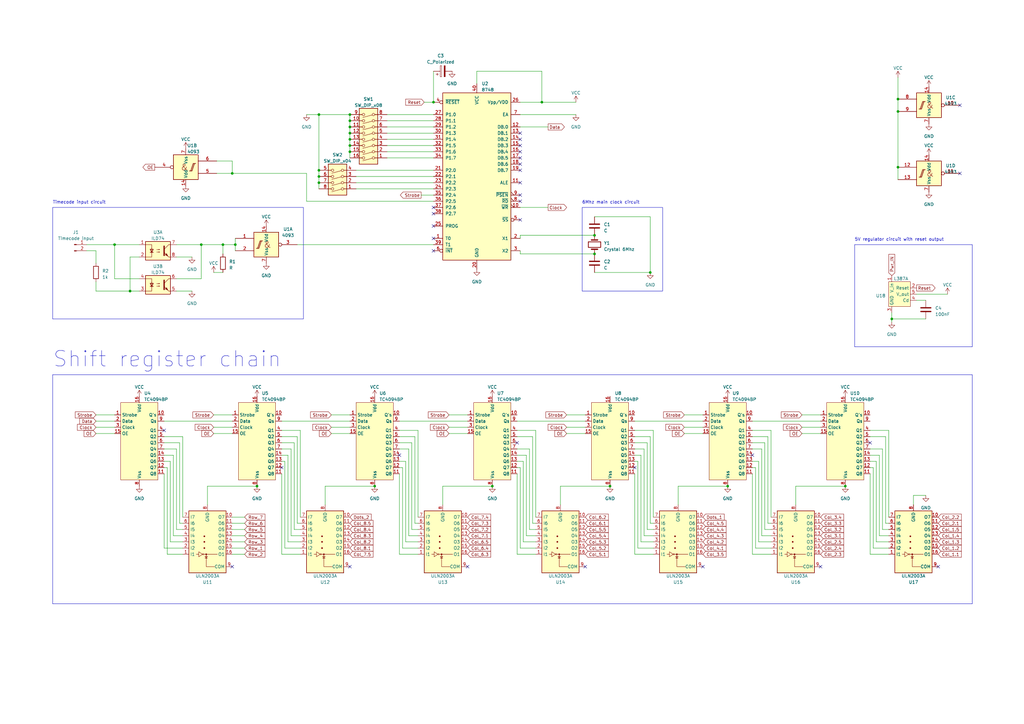
<source format=kicad_sch>
(kicad_sch (version 20230121) (generator eeschema)
  (paper "A3")
  (title_block (title "Wharton world clock") (date "1.5.1993") (rev "A") (company "Helsinki Hacklab"))
  (junction (at 298.45 199.39))
  (junction (at 130.81 46.99))
  (junction (at 143.51 59.69))
  (junction (at 53.34 119.38))
  (junction (at 368.3 45.72))
  (junction (at 266.7 111.76))
  (junction (at 222.25 41.91))
  (junction (at 82.55 100.33))
  (junction (at 368.3 68.58))
  (junction (at 201.93 199.39))
  (junction (at 95.25 71.12))
  (junction (at 143.51 49.53))
  (junction (at 243.84 96.52))
  (junction (at 177.8 41.91))
  (junction (at 368.3 40.64))
  (junction (at 365.76 130.81))
  (junction (at 130.81 69.85))
  (junction (at 143.51 52.07))
  (junction (at 105.41 199.39))
  (junction (at 96.52 100.33))
  (junction (at 130.81 74.93))
  (junction (at 143.51 54.61))
  (junction (at 143.51 46.99))
  (junction (at 46.99 100.33))
  (junction (at 153.67 199.39))
  (junction (at 143.51 57.15))
  (junction (at 130.81 72.39))
  (junction (at 243.84 104.14))
  (junction (at 143.51 62.23))
  (junction (at 250.19 199.39))
  (junction (at 91.44 100.33))
  (junction (at 346.71 199.39))
  (no_connect (at 213.36 67.31))
  (no_connect (at 356.87 181.61))
  (no_connect (at 213.36 80.01))
  (no_connect (at 288.29 232.41))
  (no_connect (at 260.35 191.77))
  (no_connect (at 393.7 43.18))
  (no_connect (at 163.83 186.69))
  (no_connect (at 213.36 54.61))
  (no_connect (at 213.36 64.77))
  (no_connect (at 213.36 57.15))
  (no_connect (at 213.36 62.23))
  (no_connect (at 336.55 232.41))
  (no_connect (at 177.8 85.09))
  (no_connect (at 177.8 92.71))
  (no_connect (at 177.8 87.63))
  (no_connect (at 213.36 59.69))
  (no_connect (at 240.03 232.41))
  (no_connect (at 213.36 69.85))
  (no_connect (at 213.36 74.93))
  (no_connect (at 177.8 102.87))
  (no_connect (at 95.25 232.41))
  (no_connect (at 393.7 71.12))
  (no_connect (at 177.8 97.79))
  (no_connect (at 143.51 232.41))
  (no_connect (at 213.36 82.55))
  (no_connect (at 384.81 232.41))
  (no_connect (at 308.61 186.69))
  (no_connect (at 67.31 176.53))
  (no_connect (at 115.57 191.77))
  (no_connect (at 213.36 90.17))
  (no_connect (at 212.09 181.61))
  (no_connect (at 191.77 232.41))
  (wire (pts (xy 213.36 52.07) (xy 224.79 52.07)))
  (wire (pts (xy 167.64 184.15) (xy 167.64 219.71)))
  (wire (pts (xy 171.45 176.53) (xy 171.45 212.09)))
  (wire (pts (xy 115.57 176.53) (xy 123.19 176.53)))
  (wire (pts (xy 262.89 186.69) (xy 262.89 222.25)))
  (wire (pts (xy 163.83 189.23) (xy 166.37 189.23)))
  (wire (pts (xy 116.84 224.79) (xy 123.19 224.79)))
  (wire (pts (xy 158.75 59.69) (xy 177.8 59.69)))
  (wire (pts (xy 222.25 29.21) (xy 222.25 41.91)))
  (wire (pts (xy 143.51 59.69) (xy 143.51 62.23)))
  (wire (pts (xy 212.09 179.07) (xy 218.44 179.07)))
  (wire (pts (xy 262.89 222.25) (xy 267.97 222.25)))
  (wire (pts (xy 35.56 100.33) (xy 46.99 100.33)))
  (wire (pts (xy 123.19 176.53) (xy 123.19 212.09)))
  (wire (pts (xy 158.75 52.07) (xy 177.8 52.07)))
  (wire (pts (xy 365.76 130.81) (xy 365.76 132.08)))
  (wire (pts (xy 363.22 214.63) (xy 364.49 214.63)))
  (wire (pts (xy 121.92 100.33) (xy 177.8 100.33)))
  (wire (pts (xy 356.87 184.15) (xy 361.95 184.15)))
  (wire (pts (xy 118.11 222.25) (xy 123.19 222.25)))
  (wire (pts (xy 260.35 186.69) (xy 262.89 186.69)))
  (wire (pts (xy 87.63 170.18) (xy 95.25 170.18)))
  (wire (pts (xy 368.3 68.58) (xy 368.3 73.66)))
  (wire (pts (xy 308.61 189.23) (xy 311.15 189.23)))
  (wire (pts (xy 278.13 207.01) (xy 278.13 199.39)))
  (wire (pts (xy 115.57 181.61) (xy 120.65 181.61)))
  (wire (pts (xy 215.9 219.71) (xy 219.71 219.71)))
  (wire (pts (xy 360.68 186.69) (xy 360.68 219.71)))
  (wire (pts (xy 68.58 191.77) (xy 68.58 227.33)))
  (wire (pts (xy 328.93 175.26) (xy 336.55 175.26)))
  (wire (pts (xy 119.38 184.15) (xy 119.38 219.71)))
  (wire (pts (xy 88.9 71.12) (xy 95.25 71.12)))
  (wire (pts (xy 143.51 62.23) (xy 143.51 64.77)))
  (wire (pts (xy 232.41 177.8) (xy 240.03 177.8)))
  (wire (pts (xy 67.31 172.72) (xy 95.25 172.72)))
  (wire (pts (xy 146.05 72.39) (xy 177.8 72.39)))
  (wire (pts (xy 213.36 97.79) (xy 213.36 96.52)))
  (wire (pts (xy 72.39 100.33) (xy 82.55 100.33)))
  (wire (pts (xy 356.87 227.33) (xy 364.49 227.33)))
  (wire (pts (xy 184.15 175.26) (xy 191.77 175.26)))
  (wire (pts (xy 365.76 128.27) (xy 365.76 130.81)))
  (wire (pts (xy 67.31 179.07) (xy 74.93 179.07)))
  (wire (pts (xy 218.44 214.63) (xy 219.71 214.63)))
  (wire (pts (xy 53.34 119.38) (xy 57.15 119.38)))
  (wire (pts (xy 212.09 189.23) (xy 214.63 189.23)))
  (wire (pts (xy 278.13 199.39) (xy 298.45 199.39)))
  (wire (pts (xy 265.43 181.61) (xy 265.43 217.17)))
  (wire (pts (xy 71.12 219.71) (xy 74.93 219.71)))
  (wire (pts (xy 267.97 176.53) (xy 267.97 212.09)))
  (wire (pts (xy 72.39 114.3) (xy 82.55 114.3)))
  (wire (pts (xy 260.35 181.61) (xy 265.43 181.61)))
  (wire (pts (xy 260.35 184.15) (xy 264.16 184.15)))
  (wire (pts (xy 213.36 104.14) (xy 213.36 102.87)))
  (wire (pts (xy 163.83 176.53) (xy 171.45 176.53)))
  (wire (pts (xy 82.55 100.33) (xy 91.44 100.33)))
  (wire (pts (xy 261.62 224.79) (xy 267.97 224.79)))
  (wire (pts (xy 69.85 189.23) (xy 69.85 222.25)))
  (wire (pts (xy 212.09 184.15) (xy 217.17 184.15)))
  (wire (pts (xy 115.57 179.07) (xy 121.92 179.07)))
  (wire (pts (xy 308.61 184.15) (xy 312.42 184.15)))
  (wire (pts (xy 67.31 194.31) (xy 67.31 224.79)))
  (wire (pts (xy 167.64 219.71) (xy 171.45 219.71)))
  (wire (pts (xy 177.8 29.21) (xy 177.8 41.91)))
  (wire (pts (xy 71.12 186.69) (xy 71.12 219.71)))
  (wire (pts (xy 158.75 49.53) (xy 177.8 49.53)))
  (wire (pts (xy 39.37 172.72) (xy 46.99 172.72)))
  (wire (pts (xy 219.71 176.53) (xy 219.71 212.09)))
  (wire (pts (xy 73.66 181.61) (xy 73.66 214.63)))
  (wire (pts (xy 266.7 179.07) (xy 266.7 214.63)))
  (wire (pts (xy 67.31 224.79) (xy 74.93 224.79)))
  (wire (pts (xy 95.25 224.79) (xy 100.33 224.79)))
  (wire (pts (xy 95.25 222.25) (xy 100.33 222.25)))
  (wire (pts (xy 312.42 219.71) (xy 316.23 219.71)))
  (wire (pts (xy 143.51 49.53) (xy 143.51 52.07)))
  (wire (pts (xy 172.72 80.01) (xy 177.8 80.01)))
  (wire (pts (xy 143.51 57.15) (xy 143.51 59.69)))
  (wire (pts (xy 39.37 177.8) (xy 46.99 177.8)))
  (wire (pts (xy 121.92 179.07) (xy 121.92 214.63)))
  (wire (pts (xy 163.83 191.77) (xy 165.1 191.77)))
  (wire (pts (xy 95.25 217.17) (xy 100.33 217.17)))
  (wire (pts (xy 280.67 170.18) (xy 288.29 170.18)))
  (wire (pts (xy 118.11 186.69) (xy 118.11 222.25)))
  (wire (pts (xy 181.61 207.01) (xy 181.61 199.39)))
  (wire (pts (xy 261.62 189.23) (xy 261.62 224.79)))
  (wire (pts (xy 121.92 214.63) (xy 123.19 214.63)))
  (wire (pts (xy 67.31 186.69) (xy 71.12 186.69)))
  (wire (pts (xy 95.25 212.09) (xy 100.33 212.09)))
  (wire (pts (xy 358.14 191.77) (xy 358.14 224.79)))
  (wire (pts (xy 308.61 191.77) (xy 309.88 191.77)))
  (wire (pts (xy 260.35 194.31) (xy 260.35 227.33)))
  (wire (pts (xy 243.84 88.9) (xy 266.7 88.9)))
  (wire (pts (xy 314.96 179.07) (xy 314.96 214.63)))
  (wire (pts (xy 364.49 176.53) (xy 364.49 212.09)))
  (wire (pts (xy 265.43 217.17) (xy 267.97 217.17)))
  (wire (pts (xy 375.92 120.65) (xy 388.62 120.65)))
  (wire (pts (xy 115.57 184.15) (xy 119.38 184.15)))
  (wire (pts (xy 260.35 176.53) (xy 267.97 176.53)))
  (wire (pts (xy 39.37 170.18) (xy 46.99 170.18)))
  (wire (pts (xy 311.15 189.23) (xy 311.15 222.25)))
  (wire (pts (xy 280.67 177.8) (xy 288.29 177.8)))
  (wire (pts (xy 130.81 69.85) (xy 130.81 46.99)))
  (wire (pts (xy 374.65 203.2) (xy 379.73 203.2)))
  (wire (pts (xy 163.83 194.31) (xy 163.83 227.33)))
  (wire (pts (xy 212.09 176.53) (xy 219.71 176.53)))
  (wire (pts (xy 88.9 66.04) (xy 95.25 66.04)))
  (wire (pts (xy 356.87 186.69) (xy 360.68 186.69)))
  (wire (pts (xy 72.39 105.41) (xy 78.74 105.41)))
  (wire (pts (xy 308.61 194.31) (xy 308.61 227.33)))
  (wire (pts (xy 356.87 194.31) (xy 356.87 227.33)))
  (wire (pts (xy 212.09 186.69) (xy 215.9 186.69)))
  (wire (pts (xy 326.39 199.39) (xy 346.71 199.39)))
  (wire (pts (xy 368.3 40.64) (xy 368.3 45.72)))
  (wire (pts (xy 358.14 224.79) (xy 364.49 224.79)))
  (wire (pts (xy 311.15 222.25) (xy 316.23 222.25)))
  (wire (pts (xy 218.44 179.07) (xy 218.44 214.63)))
  (wire (pts (xy 72.39 119.38) (xy 78.74 119.38)))
  (wire (pts (xy 170.18 214.63) (xy 171.45 214.63)))
  (wire (pts (xy 69.85 222.25) (xy 74.93 222.25)))
  (wire (pts (xy 87.63 177.8) (xy 95.25 177.8)))
  (wire (pts (xy 361.95 217.17) (xy 364.49 217.17)))
  (wire (pts (xy 356.87 176.53) (xy 364.49 176.53)))
  (wire (pts (xy 308.61 172.72) (xy 336.55 172.72)))
  (wire (pts (xy 195.58 29.21) (xy 222.25 29.21)))
  (wire (pts (xy 232.41 170.18) (xy 240.03 170.18)))
  (wire (pts (xy 166.37 222.25) (xy 171.45 222.25)))
  (wire (pts (xy 213.36 41.91) (xy 222.25 41.91)))
  (wire (pts (xy 87.63 175.26) (xy 95.25 175.26)))
  (wire (pts (xy 85.09 207.01) (xy 85.09 199.39)))
  (wire (pts (xy 96.52 97.79) (xy 96.52 100.33)))
  (wire (pts (xy 143.51 54.61) (xy 143.51 57.15)))
  (wire (pts (xy 82.55 100.33) (xy 82.55 114.3)))
  (wire (pts (xy 365.76 130.81) (xy 379.73 130.81)))
  (wire (pts (xy 130.81 74.93) (xy 130.81 77.47)))
  (wire (pts (xy 74.93 179.07) (xy 74.93 212.09)))
  (wire (pts (xy 39.37 119.38) (xy 53.34 119.38)))
  (wire (pts (xy 173.99 41.91) (xy 177.8 41.91)))
  (wire (pts (xy 212.09 227.33) (xy 219.71 227.33)))
  (wire (pts (xy 184.15 177.8) (xy 191.77 177.8)))
  (wire (pts (xy 115.57 172.72) (xy 143.51 172.72)))
  (wire (pts (xy 115.57 186.69) (xy 118.11 186.69)))
  (wire (pts (xy 120.65 181.61) (xy 120.65 217.17)))
  (wire (pts (xy 72.39 217.17) (xy 74.93 217.17)))
  (wire (pts (xy 146.05 77.47) (xy 177.8 77.47)))
  (wire (pts (xy 91.44 100.33) (xy 91.44 104.14)))
  (wire (pts (xy 163.83 227.33) (xy 171.45 227.33)))
  (wire (pts (xy 213.36 104.14) (xy 243.84 104.14)))
  (wire (pts (xy 130.81 46.99) (xy 143.51 46.99)))
  (wire (pts (xy 212.09 172.72) (xy 240.03 172.72)))
  (wire (pts (xy 95.25 214.63) (xy 100.33 214.63)))
  (wire (pts (xy 229.87 207.01) (xy 229.87 199.39)))
  (wire (pts (xy 213.36 224.79) (xy 219.71 224.79)))
  (wire (pts (xy 361.95 184.15) (xy 361.95 217.17)))
  (wire (pts (xy 170.18 179.07) (xy 170.18 214.63)))
  (wire (pts (xy 309.88 191.77) (xy 309.88 224.79)))
  (wire (pts (xy 72.39 184.15) (xy 72.39 217.17)))
  (wire (pts (xy 212.09 194.31) (xy 212.09 227.33)))
  (wire (pts (xy 119.38 219.71) (xy 123.19 219.71)))
  (wire (pts (xy 260.35 189.23) (xy 261.62 189.23)))
  (wire (pts (xy 95.25 71.12) (xy 125.73 71.12)))
  (wire (pts (xy 46.99 100.33) (xy 46.99 114.3)))
  (wire (pts (xy 120.65 217.17) (xy 123.19 217.17)))
  (wire (pts (xy 214.63 189.23) (xy 214.63 222.25)))
  (wire (pts (xy 146.05 69.85) (xy 177.8 69.85)))
  (wire (pts (xy 368.3 45.72) (xy 368.3 68.58)))
  (wire (pts (xy 360.68 219.71) (xy 364.49 219.71)))
  (wire (pts (xy 260.35 179.07) (xy 266.7 179.07)))
  (wire (pts (xy 67.31 181.61) (xy 73.66 181.61)))
  (wire (pts (xy 217.17 184.15) (xy 217.17 217.17)))
  (wire (pts (xy 163.83 172.72) (xy 191.77 172.72)))
  (wire (pts (xy 158.75 62.23) (xy 177.8 62.23)))
  (wire (pts (xy 143.51 52.07) (xy 143.51 54.61)))
  (wire (pts (xy 214.63 222.25) (xy 219.71 222.25)))
  (wire (pts (xy 133.35 199.39) (xy 153.67 199.39)))
  (wire (pts (xy 115.57 189.23) (xy 116.84 189.23)))
  (wire (pts (xy 229.87 199.39) (xy 250.19 199.39)))
  (wire (pts (xy 363.22 179.07) (xy 363.22 214.63)))
  (wire (pts (xy 212.09 191.77) (xy 213.36 191.77)))
  (wire (pts (xy 146.05 74.93) (xy 177.8 74.93)))
  (wire (pts (xy 184.15 170.18) (xy 191.77 170.18)))
  (wire (pts (xy 39.37 175.26) (xy 46.99 175.26)))
  (wire (pts (xy 125.73 82.55) (xy 177.8 82.55)))
  (wire (pts (xy 165.1 191.77) (xy 165.1 224.79)))
  (wire (pts (xy 266.7 214.63) (xy 267.97 214.63)))
  (wire (pts (xy 115.57 194.31) (xy 115.57 227.33)))
  (wire (pts (xy 46.99 114.3) (xy 57.15 114.3)))
  (wire (pts (xy 95.25 219.71) (xy 100.33 219.71)))
  (wire (pts (xy 158.75 57.15) (xy 177.8 57.15)))
  (wire (pts (xy 67.31 189.23) (xy 69.85 189.23)))
  (wire (pts (xy 359.41 222.25) (xy 364.49 222.25)))
  (wire (pts (xy 264.16 184.15) (xy 264.16 219.71)))
  (wire (pts (xy 181.61 199.39) (xy 201.93 199.39)))
  (wire (pts (xy 308.61 181.61) (xy 313.69 181.61)))
  (wire (pts (xy 68.58 227.33) (xy 74.93 227.33)))
  (wire (pts (xy 87.63 111.76) (xy 91.44 111.76)))
  (wire (pts (xy 165.1 224.79) (xy 171.45 224.79)))
  (wire (pts (xy 308.61 227.33) (xy 316.23 227.33)))
  (wire (pts (xy 135.89 175.26) (xy 143.51 175.26)))
  (wire (pts (xy 166.37 189.23) (xy 166.37 222.25)))
  (wire (pts (xy 73.66 214.63) (xy 74.93 214.63)))
  (wire (pts (xy 67.31 184.15) (xy 72.39 184.15)))
  (wire (pts (xy 143.51 46.99) (xy 143.51 49.53)))
  (wire (pts (xy 95.25 66.04) (xy 95.25 71.12)))
  (wire (pts (xy 359.41 189.23) (xy 359.41 222.25)))
  (wire (pts (xy 213.36 96.52) (xy 243.84 96.52)))
  (wire (pts (xy 35.56 102.87) (xy 39.37 102.87)))
  (wire (pts (xy 168.91 217.17) (xy 171.45 217.17)))
  (wire (pts (xy 158.75 64.77) (xy 177.8 64.77)))
  (wire (pts (xy 356.87 189.23) (xy 359.41 189.23)))
  (wire (pts (xy 326.39 207.01) (xy 326.39 199.39)))
  (wire (pts (xy 328.93 170.18) (xy 336.55 170.18)))
  (wire (pts (xy 308.61 176.53) (xy 316.23 176.53)))
  (wire (pts (xy 217.17 217.17) (xy 219.71 217.17)))
  (wire (pts (xy 163.83 184.15) (xy 167.64 184.15)))
  (wire (pts (xy 314.96 214.63) (xy 316.23 214.63)))
  (wire (pts (xy 116.84 189.23) (xy 116.84 224.79)))
  (wire (pts (xy 168.91 181.61) (xy 168.91 217.17)))
  (wire (pts (xy 135.89 177.8) (xy 143.51 177.8)))
  (wire (pts (xy 213.36 191.77) (xy 213.36 224.79)))
  (wire (pts (xy 125.73 71.12) (xy 125.73 82.55)))
  (wire (pts (xy 356.87 191.77) (xy 358.14 191.77)))
  (wire (pts (xy 53.34 105.41) (xy 53.34 119.38)))
  (wire (pts (xy 135.89 170.18) (xy 143.51 170.18)))
  (wire (pts (xy 328.93 177.8) (xy 336.55 177.8)))
  (wire (pts (xy 133.35 207.01) (xy 133.35 199.39)))
  (wire (pts (xy 375.92 123.19) (xy 379.73 123.19)))
  (wire (pts (xy 95.25 227.33) (xy 100.33 227.33)))
  (wire (pts (xy 313.69 181.61) (xy 313.69 217.17)))
  (wire (pts (xy 308.61 179.07) (xy 314.96 179.07)))
  (wire (pts (xy 96.52 100.33) (xy 96.52 102.87)))
  (wire (pts (xy 215.9 186.69) (xy 215.9 219.71)))
  (wire (pts (xy 260.35 227.33) (xy 267.97 227.33)))
  (wire (pts (xy 115.57 227.33) (xy 123.19 227.33)))
  (wire (pts (xy 312.42 184.15) (xy 312.42 219.71)))
  (wire (pts (xy 266.7 88.9) (xy 266.7 111.76)))
  (wire (pts (xy 368.3 31.75) (xy 368.3 40.64)))
  (wire (pts (xy 374.65 207.01) (xy 374.65 203.2)))
  (wire (pts (xy 280.67 175.26) (xy 288.29 175.26)))
  (wire (pts (xy 130.81 72.39) (xy 130.81 74.93)))
  (wire (pts (xy 163.83 179.07) (xy 170.18 179.07)))
  (wire (pts (xy 67.31 191.77) (xy 68.58 191.77)))
  (wire (pts (xy 125.73 46.99) (xy 130.81 46.99)))
  (wire (pts (xy 266.7 111.76) (xy 243.84 111.76)))
  (wire (pts (xy 313.69 217.17) (xy 316.23 217.17)))
  (wire (pts (xy 39.37 102.87) (xy 39.37 107.95)))
  (wire (pts (xy 213.36 85.09) (xy 224.79 85.09)))
  (wire (pts (xy 91.44 100.33) (xy 96.52 100.33)))
  (wire (pts (xy 158.75 46.99) (xy 177.8 46.99)))
  (wire (pts (xy 85.09 199.39) (xy 105.41 199.39)))
  (wire (pts (xy 316.23 176.53) (xy 316.23 212.09)))
  (wire (pts (xy 309.88 224.79) (xy 316.23 224.79)))
  (wire (pts (xy 53.34 105.41) (xy 57.15 105.41)))
  (wire (pts (xy 163.83 181.61) (xy 168.91 181.61)))
  (wire (pts (xy 232.41 175.26) (xy 240.03 175.26)))
  (wire (pts (xy 130.81 69.85) (xy 130.81 72.39)))
  (wire (pts (xy 356.87 179.07) (xy 363.22 179.07)))
  (wire (pts (xy 158.75 54.61) (xy 177.8 54.61)))
  (wire (pts (xy 264.16 219.71) (xy 267.97 219.71)))
  (wire (pts (xy 39.37 115.57) (xy 39.37 119.38)))
  (wire (pts (xy 195.58 34.29) (xy 195.58 29.21)))
  (wire (pts (xy 46.99 100.33) (xy 57.15 100.33)))
  (wire (pts (xy 222.25 41.91) (xy 236.22 41.91)))
  (wire (pts (xy 260.35 172.72) (xy 288.29 172.72)))
  (wire (pts (xy 213.36 46.99) (xy 236.22 46.99)))
  (rectangle (start 21.59 153.67) (end 398.78 247.65))
  (rectangle (start 238.76 85.09) (end 271.78 119.38))
  (rectangle (start 21.59 85.09) (end 124.46 130.81))
  (rectangle (start 350.52 100.33) (end 398.78 142.24))
  (text "5V regulator circuit with reset output" (at 350.52 99.06 0) (effects (font (size 1.27 1.27)) (justify left bottom)))
  (text "Shift register chain" (at 21.59 151.13 0) (effects (font (size 6.35 6.35)) (justify left bottom)))
  (text "Timecode input circuit" (at 21.59 83.82 0) (effects (font (size 1.27 1.27)) (justify left bottom)))
  (text "6Mhz main clock circuit" (at 238.76 83.82 0) (effects (font (size 1.27 1.27)) (justify left bottom)))
  (global_label "Clock" (shape input) (at 280.67 175.26 180) (property "Intersheetrefs" "${INTERSHEET_REFS}" (effects hide)))
  (global_label "Col_2.1" (shape input) (at 384.81 214.63 0) (property "Intersheetrefs" "${INTERSHEET_REFS}" (effects hide)))
  (global_label "Strobe" (shape output) (at 172.72 80.01 180) (property "Intersheetrefs" "${INTERSHEET_REFS}" (effects hide)))
  (global_label "Col_1.4" (shape input) (at 384.81 219.71 0) (property "Intersheetrefs" "${INTERSHEET_REFS}" (effects hide)))
  (global_label "Col_2.5" (shape input) (at 336.55 222.25 0) (property "Intersheetrefs" "${INTERSHEET_REFS}" (effects hide)))
  (global_label "Col_8.2" (shape input) (at 143.51 222.25 0) (property "Intersheetrefs" "${INTERSHEET_REFS}" (effects hide)))
  (global_label "Dots_2" (shape input) (at 143.51 212.09 0) (property "Intersheetrefs" "${INTERSHEET_REFS}" (effects hide)))
  (global_label "Strobe" (shape input) (at 39.37 170.18 180) (property "Intersheetrefs" "${INTERSHEET_REFS}" (effects hide)))
  (global_label "Col_4.5" (shape input) (at 288.29 214.63 0) (property "Intersheetrefs" "${INTERSHEET_REFS}" (effects hide)))
  (global_label "Row_3" (shape input) (at 100.33 222.25 0) (property "Intersheetrefs" "${INTERSHEET_REFS}" (effects hide)))
  (global_label "Pwr_IN" (shape input) (at 365.76 113.03 90) (property "Intersheetrefs" "${INTERSHEET_REFS}" (effects hide)))
  (global_label "Strobe" (shape input) (at 135.89 170.18 180) (property "Intersheetrefs" "${INTERSHEET_REFS}" (effects hide)))
  (global_label "OE" (shape input) (at 280.67 177.8 180) (property "Intersheetrefs" "${INTERSHEET_REFS}" (effects hide)))
  (global_label "Row_5" (shape input) (at 100.33 217.17 0) (property "Intersheetrefs" "${INTERSHEET_REFS}" (effects hide)))
  (global_label "Strobe" (shape input) (at 328.93 170.18 180) (property "Intersheetrefs" "${INTERSHEET_REFS}" (effects hide)))
  (global_label "Col_6.5" (shape input) (at 191.77 222.25 0) (property "Intersheetrefs" "${INTERSHEET_REFS}" (effects hide)))
  (global_label "Col_7.5" (shape input) (at 143.51 227.33 0) (property "Intersheetrefs" "${INTERSHEET_REFS}" (effects hide)))
  (global_label "Col_7.3" (shape input) (at 191.77 214.63 0) (property "Intersheetrefs" "${INTERSHEET_REFS}" (effects hide)))
  (global_label "Col_8.3" (shape input) (at 143.51 219.71 0) (property "Intersheetrefs" "${INTERSHEET_REFS}" (effects hide)))
  (global_label "Col_6.3" (shape input) (at 191.77 227.33 0) (property "Intersheetrefs" "${INTERSHEET_REFS}" (effects hide)))
  (global_label "Col_3.1" (shape input) (at 336.55 219.71 0) (property "Intersheetrefs" "${INTERSHEET_REFS}" (effects hide)))
  (global_label "Col_8.4" (shape input) (at 143.51 217.17 0) (property "Intersheetrefs" "${INTERSHEET_REFS}" (effects hide)))
  (global_label "Row_7" (shape input) (at 100.33 212.09 0) (property "Intersheetrefs" "${INTERSHEET_REFS}" (effects hide)))
  (global_label "Col_3.5" (shape input) (at 288.29 227.33 0) (property "Intersheetrefs" "${INTERSHEET_REFS}" (effects hide)))
  (global_label "Col_7.2" (shape input) (at 191.77 217.17 0) (property "Intersheetrefs" "${INTERSHEET_REFS}" (effects hide)))
  (global_label "Col_4.2" (shape input) (at 288.29 222.25 0) (property "Intersheetrefs" "${INTERSHEET_REFS}" (effects hide)))
  (global_label "Data" (shape output) (at 224.79 52.07 0) (property "Intersheetrefs" "${INTERSHEET_REFS}" (effects hide)))
  (global_label "Reset" (shape input) (at 173.99 41.91 180) (property "Intersheetrefs" "${INTERSHEET_REFS}" (effects hide)))
  (global_label "OE" (shape input) (at 232.41 177.8 180) (property "Intersheetrefs" "${INTERSHEET_REFS}" (effects hide)))
  (global_label "Col_7.4" (shape input) (at 191.77 212.09 0) (property "Intersheetrefs" "${INTERSHEET_REFS}" (effects hide)))
  (global_label "Col_4.1" (shape input) (at 288.29 224.79 0) (property "Intersheetrefs" "${INTERSHEET_REFS}" (effects hide)))
  (global_label "Dots_1" (shape input) (at 288.29 212.09 0) (property "Intersheetrefs" "${INTERSHEET_REFS}" (effects hide)))
  (global_label "Col_4.4" (shape input) (at 288.29 217.17 0) (property "Intersheetrefs" "${INTERSHEET_REFS}" (effects hide)))
  (global_label "Col_7.1" (shape input) (at 191.77 219.71 0) (property "Intersheetrefs" "${INTERSHEET_REFS}" (effects hide)))
  (global_label "Data" (shape input) (at 39.37 172.72 180) (property "Intersheetrefs" "${INTERSHEET_REFS}" (effects hide)))
  (global_label "Clock" (shape output) (at 224.79 85.09 0) (property "Intersheetrefs" "${INTERSHEET_REFS}" (effects hide)))
  (global_label "Strobe" (shape input) (at 87.63 170.18 180) (property "Intersheetrefs" "${INTERSHEET_REFS}" (effects hide)))
  (global_label "Reset" (shape output) (at 375.92 118.11 0) (property "Intersheetrefs" "${INTERSHEET_REFS}" (effects hide)))
  (global_label "Row_2" (shape input) (at 100.33 227.33 0) (property "Intersheetrefs" "${INTERSHEET_REFS}" (effects hide)))
  (global_label "OE" (shape input) (at 39.37 177.8 180) (property "Intersheetrefs" "${INTERSHEET_REFS}" (effects hide)))
  (global_label "OE" (shape input) (at 328.93 177.8 180) (property "Intersheetrefs" "${INTERSHEET_REFS}" (effects hide)))
  (global_label "Row_4" (shape input) (at 100.33 219.71 0) (property "Intersheetrefs" "${INTERSHEET_REFS}" (effects hide)))
  (global_label "Col_3.4" (shape input) (at 336.55 212.09 0) (property "Intersheetrefs" "${INTERSHEET_REFS}" (effects hide)))
  (global_label "Clock" (shape input) (at 184.15 175.26 180) (property "Intersheetrefs" "${INTERSHEET_REFS}" (effects hide)))
  (global_label "Col_3.2" (shape input) (at 336.55 217.17 0) (property "Intersheetrefs" "${INTERSHEET_REFS}" (effects hide)))
  (global_label "Col_5.4" (shape input) (at 240.03 219.71 0) (property "Intersheetrefs" "${INTERSHEET_REFS}" (effects hide)))
  (global_label "Strobe" (shape input) (at 232.41 170.18 180) (property "Intersheetrefs" "${INTERSHEET_REFS}" (effects hide)))
  (global_label "Row_6" (shape input) (at 100.33 214.63 0) (property "Intersheetrefs" "${INTERSHEET_REFS}" (effects hide)))
  (global_label "OE" (shape input) (at 87.63 177.8 180) (property "Intersheetrefs" "${INTERSHEET_REFS}" (effects hide)))
  (global_label "OE" (shape input) (at 135.89 177.8 180) (property "Intersheetrefs" "${INTERSHEET_REFS}" (effects hide)))
  (global_label "Col_6.4" (shape input) (at 191.77 224.79 0) (property "Intersheetrefs" "${INTERSHEET_REFS}" (effects hide)))
  (global_label "Strobe" (shape input) (at 184.15 170.18 180) (property "Intersheetrefs" "${INTERSHEET_REFS}" (effects hide)))
  (global_label "Col_5.1" (shape input) (at 240.03 227.33 0) (property "Intersheetrefs" "${INTERSHEET_REFS}" (effects hide)))
  (global_label "Col_2.3" (shape input) (at 336.55 227.33 0) (property "Intersheetrefs" "${INTERSHEET_REFS}" (effects hide)))
  (global_label "Clock" (shape input) (at 87.63 175.26 180) (property "Intersheetrefs" "${INTERSHEET_REFS}" (effects hide)))
  (global_label "Col_8.1" (shape input) (at 143.51 224.79 0) (property "Intersheetrefs" "${INTERSHEET_REFS}" (effects hide)))
  (global_label "Clock" (shape input) (at 39.37 175.26 180) (property "Intersheetrefs" "${INTERSHEET_REFS}" (effects hide)))
  (global_label "Clock" (shape input) (at 232.41 175.26 180) (property "Intersheetrefs" "${INTERSHEET_REFS}" (effects hide)))
  (global_label "Col_5.3" (shape input) (at 240.03 222.25 0) (property "Intersheetrefs" "${INTERSHEET_REFS}" (effects hide)))
  (global_label "Col_1.1" (shape input) (at 384.81 227.33 0) (property "Intersheetrefs" "${INTERSHEET_REFS}" (effects hide)))
  (global_label "Row_1" (shape input) (at 100.33 224.79 0) (property "Intersheetrefs" "${INTERSHEET_REFS}" (effects hide)))
  (global_label "Col_2.2" (shape input) (at 384.81 212.09 0) (property "Intersheetrefs" "${INTERSHEET_REFS}" (effects hide)))
  (global_label "Clock" (shape input) (at 135.89 175.26 180) (property "Intersheetrefs" "${INTERSHEET_REFS}" (effects hide)))
  (global_label "Col_6.1" (shape input) (at 240.03 214.63 0) (property "Intersheetrefs" "${INTERSHEET_REFS}" (effects hide)))
  (global_label "Col_5.5" (shape input) (at 240.03 217.17 0) (property "Intersheetrefs" "${INTERSHEET_REFS}" (effects hide)))
  (global_label "Col_2.4" (shape input) (at 336.55 224.79 0) (property "Intersheetrefs" "${INTERSHEET_REFS}" (effects hide)))
  (global_label "Col_1.3" (shape input) (at 384.81 222.25 0) (property "Intersheetrefs" "${INTERSHEET_REFS}" (effects hide)))
  (global_label "Col_5.2" (shape input) (at 240.03 224.79 0) (property "Intersheetrefs" "${INTERSHEET_REFS}" (effects hide)))
  (global_label "Col_1.2" (shape input) (at 384.81 224.79 0) (property "Intersheetrefs" "${INTERSHEET_REFS}" (effects hide)))
  (global_label "Col_3.3" (shape input) (at 336.55 214.63 0) (property "Intersheetrefs" "${INTERSHEET_REFS}" (effects hide)))
  (global_label "Col_6.2" (shape input) (at 240.03 212.09 0) (property "Intersheetrefs" "${INTERSHEET_REFS}" (effects hide)))
  (global_label "Col_1.5" (shape input) (at 384.81 217.17 0) (property "Intersheetrefs" "${INTERSHEET_REFS}" (effects hide)))
  (global_label "Col_8.5" (shape input) (at 143.51 214.63 0) (property "Intersheetrefs" "${INTERSHEET_REFS}" (effects hide)))
  (global_label "Clock" (shape input) (at 328.93 175.26 180) (property "Intersheetrefs" "${INTERSHEET_REFS}" (effects hide)))
  (global_label "Col_4.3" (shape input) (at 288.29 219.71 0) (property "Intersheetrefs" "${INTERSHEET_REFS}" (effects hide)))
  (global_label "Strobe" (shape input) (at 280.67 170.18 180) (property "Intersheetrefs" "${INTERSHEET_REFS}" (effects hide)))
  (global_label "OE" (shape input) (at 184.15 177.8 180) (property "Intersheetrefs" "${INTERSHEET_REFS}" (effects hide)))
  (global_label "OE" (shape output) (at 63.5 68.58 180) (property "Intersheetrefs" "${INTERSHEET_REFS}" (effects hide)))
  (symbol (lib_id "4xxx_IEEE:4093") (at 381 43.18 0) (unit 3)
    (property "Reference" "U1" (at 389.89 40.0051 0))
    (property "Value" "4093" (at 389.89 42.5451 0))
  )
  (symbol (lib_id "power:GND") (at 76.2 76.2 0) (unit 1)
    (property "Reference" "#PWR030" (effects hide))
    (property "Value" "GND" (at 76.2 81.28 0))
  )
  (symbol (lib_id "power:VCC") (at 346.71 162.56 0) (unit 1)
    (property "Reference" "#PWR023" (effects hide))
    (property "Value" "VCC" (at 346.71 158.75 0))
  )
  (symbol (lib_id "power:GND") (at 185.42 29.21 0) (unit 1)
    (property "Reference" "#PWR032" (effects hide))
    (property "Value" "GND" (at 185.42 34.29 0))
  )
  (symbol (lib_id "4xxx_IEEE:4093") (at 381 71.12 0) (unit 4)
    (property "Reference" "U1" (at 389.89 67.9451 0))
    (property "Value" "4093" (at 389.89 70.4851 0))
  )
  (symbol (lib_id "power:VCC") (at 298.45 162.56 0) (unit 1)
    (property "Reference" "#PWR022" (effects hide))
    (property "Value" "VCC" (at 298.45 158.75 0))
  )
  (symbol (lib_id "power:VCC") (at 388.62 120.65 0) (unit 1)
    (property "Reference" "#PWR034" (effects hide))
    (property "Value" "VCC" (at 388.62 116.84 0))
  )
  (symbol (lib_id "Transistor_Array:ULN2003A") (at 85.09 222.25 0) (mirror x) (unit 1)
    (property "Reference" "U11" (at 85.09 238.76 0))
    (property "Value" "ULN2003A" (at 85.09 236.22 0))
    (property "Datasheet" "http://www.ti.com/lit/ds/symlink/uln2003a.pdf" (effects hide))
  )
  (symbol (lib_name "4094_1") (lib_id "world clock:4094") (at 57.15 162.56 0) (unit 1)
    (property "Reference" "U4" (at 59.1059 161.29 0) (effects (justify left)))
    (property "Value" "TC4094BP" (at 59.1059 163.83 0) (effects (justify left)))
    (property "Footprint" "Package_DIP:DIP-16_W7.62mm" (effects hide))
  )
  (symbol (lib_id "Device:C_Polarized") (at 181.61 29.21 90) (unit 1)
    (property "Reference" "C3" (at 180.721 22.86 90))
    (property "Value" "C_Polarized" (at 180.721 25.4 90))
  )
  (symbol (lib_id "Device:R") (at 91.44 107.95 180) (unit 1)
    (property "Reference" "R1" (at 93.98 107.315 0) (effects (justify right)))
    (property "Value" "R" (at 93.98 109.855 0) (effects (justify right)))
  )
  (symbol (lib_id "power:GND") (at 105.41 199.39 0) (unit 1)
    (property "Reference" "#PWR010" (effects hide))
    (property "Value" "GND" (at 105.41 204.47 0))
  )
  (symbol (lib_id "Device:C") (at 379.73 127 0) (unit 1)
    (property "Reference" "C4" (at 383.54 126.365 0) (effects (justify left)))
    (property "Value" "100nF" (at 383.54 128.905 0) (effects (justify left)))
  )
  (symbol (lib_id "Switch:SW_DIP_x08") (at 151.13 54.61 180) (unit 1)
    (property "Reference" "SW1" (at 151.13 40.64 0))
    (property "Value" "SW_DIP_x08" (at 151.13 43.18 0))
  )
  (symbol (lib_id "power:GND") (at 381 50.8 0) (unit 1)
    (property "Reference" "#PWR028" (effects hide))
    (property "Value" "GND" (at 381 55.88 0))
  )
  (symbol (lib_id "Isolator:ILD74") (at 64.77 116.84 0) (unit 2)
    (property "Reference" "U3" (at 64.77 109.22 0))
    (property "Value" "ILD74" (at 64.77 111.76 0))
    (property "Datasheet" "https://www.vishay.com/docs/83640/ild74.pdf" (effects hide))
  )
  (symbol (lib_id "power:VCC") (at 105.41 162.56 0) (unit 1)
    (property "Reference" "#PWR019" (effects hide))
    (property "Value" "VCC" (at 105.41 158.75 0))
  )
  (symbol (lib_id "power:VCC") (at 201.93 162.56 0) (unit 1)
    (property "Reference" "#PWR021" (effects hide))
    (property "Value" "VCC" (at 201.93 158.75 0))
  )
  (symbol (lib_id "Transistor_Array:ULN2003A") (at 374.65 222.25 0) (mirror x) (unit 1)
    (property "Reference" "U17" (at 374.65 238.76 0))
    (property "Value" "ULN2003A" (at 374.65 236.22 0))
    (property "Datasheet" "http://www.ti.com/lit/ds/symlink/uln2003a.pdf" (effects hide))
  )
  (symbol (lib_id "power:GND") (at 346.71 199.39 0) (unit 1)
    (property "Reference" "#PWR016" (effects hide))
    (property "Value" "GND" (at 346.71 204.47 0))
  )
  (symbol (lib_id "power:GND") (at 379.73 203.2 0) (unit 1)
    (property "Reference" "#PWR017" (effects hide))
    (property "Value" "GND" (at 379.73 208.28 0))
  )
  (symbol (lib_id "power:GND") (at 266.7 111.76 0) (unit 1)
    (property "Reference" "#PWR06" (effects hide))
    (property "Value" "GND" (at 266.7 116.84 0))
  )
  (symbol (lib_id "MCU_Intel:8748") (at 195.58 72.39 0) (unit 1)
    (property "Reference" "U2" (at 197.5359 34.29 0) (effects (justify left)))
    (property "Value" "8748" (at 197.5359 36.83 0) (effects (justify left)))
  )
  (symbol (lib_id "power:VCC") (at 57.15 162.56 0) (unit 1)
    (property "Reference" "#PWR018" (effects hide))
    (property "Value" "VCC" (at 57.15 158.75 0))
  )
  (symbol (lib_id "4xxx_IEEE:4093") (at 109.22 100.33 0) (unit 1)
    (property "Reference" "U1" (at 118.11 93.98 0))
    (property "Value" "4093" (at 118.11 96.52 0))
  )
  (symbol (lib_id "4xxx_IEEE:4093") (at 76.2 68.58 180) (unit 2)
    (property "Reference" "U1" (at 76.7841 59.69 0) (effects (justify right)))
    (property "Value" "4093" (at 76.7841 62.23 0) (effects (justify right)))
  )
  (symbol (lib_id "Connector:Conn_01x02_Pin") (at 30.48 100.33 0) (unit 1)
    (property "Reference" "J1" (at 31.115 95.25 0))
    (property "Value" "Timecode input" (at 31.115 97.79 0))
  )
  (symbol (lib_id "Device:C") (at 243.84 92.71 0) (unit 1)
    (property "Reference" "C1" (at 247.65 92.075 0) (effects (justify left)))
    (property "Value" "C" (at 247.65 94.615 0) (effects (justify left)))
  )
  (symbol (lib_name "4094_1") (lib_id "world clock:4094") (at 105.41 162.56 0) (unit 1)
    (property "Reference" "U5" (at 107.3659 161.29 0) (effects (justify left)))
    (property "Value" "TC4094BP" (at 107.3659 163.83 0) (effects (justify left)))
    (property "Footprint" "Package_DIP:DIP-16_W7.62mm" (effects hide))
  )
  (symbol (lib_id "Switch:SW_DIP_x04") (at 138.43 72.39 180) (unit 1)
    (property "Reference" "SW2" (at 138.43 63.5 0))
    (property "Value" "SW_DIP_x04" (at 138.43 66.04 0))
  )
  (symbol (lib_id "Transistor_Array:ULN2003A") (at 181.61 222.25 0) (mirror x) (unit 1)
    (property "Reference" "U13" (at 181.61 238.76 0))
    (property "Value" "ULN2003A" (at 181.61 236.22 0))
    (property "Datasheet" "http://www.ti.com/lit/ds/symlink/uln2003a.pdf" (effects hide))
  )
  (symbol (lib_id "power:GND") (at 298.45 199.39 0) (unit 1)
    (property "Reference" "#PWR015" (effects hide))
    (property "Value" "GND" (at 298.45 204.47 0))
  )
  (symbol (lib_id "power:VCC") (at 368.3 31.75 0) (unit 1)
    (property "Reference" "#PWR01" (effects hide))
    (property "Value" "VCC" (at 368.3 27.94 0))
  )
  (symbol (lib_id "power:GND") (at 250.19 199.39 0) (unit 1)
    (property "Reference" "#PWR014" (effects hide))
    (property "Value" "GND" (at 250.19 204.47 0))
  )
  (symbol (lib_id "power:GND") (at 78.74 105.41 0) (unit 1)
    (property "Reference" "#PWR05" (effects hide))
    (property "Value" "GND" (at 78.74 110.49 0))
  )
  (symbol (lib_id "world clock:4094") (at 346.71 162.56 0) (unit 1)
    (property "Reference" "U10" (at 348.6659 161.29 0) (effects (justify left)))
    (property "Value" "TC4094BP" (at 348.6659 163.83 0) (effects (justify left)))
    (property "Footprint" "Package_DIP:DIP-16_W7.62mm" (effects hide))
  )
  (symbol (lib_id "Transistor_Array:ULN2003A") (at 133.35 222.25 0) (mirror x) (unit 1)
    (property "Reference" "U12" (at 133.35 238.76 0))
    (property "Value" "ULN2003A" (at 133.35 236.22 0))
    (property "Datasheet" "http://www.ti.com/lit/ds/symlink/uln2003a.pdf" (effects hide))
  )
  (symbol (lib_id "power:GND") (at 365.76 132.08 0) (unit 1)
    (property "Reference" "#PWR033" (effects hide))
    (property "Value" "GND" (at 365.76 137.16 0))
  )
  (symbol (lib_name "4094_4") (lib_id "world clock:4094") (at 250.19 162.56 0) (unit 1)
    (property "Reference" "U8" (at 252.1459 161.29 0) (effects (justify left)))
    (property "Value" "TC4094BP" (at 252.1459 163.83 0) (effects (justify left)))
    (property "Footprint" "Package_DIP:DIP-16_W7.62mm" (effects hide))
  )
  (symbol (lib_id "Device:R") (at 39.37 111.76 0) (unit 1)
    (property "Reference" "R2" (at 41.91 111.125 0) (effects (justify left)))
    (property "Value" "1k" (at 41.91 113.665 0) (effects (justify left)))
  )
  (symbol (lib_name "4094_5") (lib_id "world clock:4094") (at 298.45 162.56 0) (unit 1)
    (property "Reference" "U9" (at 300.4059 161.29 0) (effects (justify left)))
    (property "Value" "TC4094BP" (at 300.4059 163.83 0) (effects (justify left)))
    (property "Footprint" "Package_DIP:DIP-16_W7.62mm" (effects hide))
  )
  (symbol (lib_id "power:GND") (at 78.74 119.38 0) (unit 1)
    (property "Reference" "#PWR07" (effects hide))
    (property "Value" "GND" (at 78.74 124.46 0))
  )
  (symbol (lib_id "power:VCC") (at 153.67 162.56 0) (unit 1)
    (property "Reference" "#PWR020" (effects hide))
    (property "Value" "VCC" (at 153.67 158.75 0))
  )
  (symbol (lib_id "power:GND") (at 201.93 199.39 0) (unit 1)
    (property "Reference" "#PWR013" (effects hide))
    (property "Value" "GND" (at 201.93 204.47 0))
  )
  (symbol (lib_id "power:GND") (at 57.15 199.39 0) (unit 1)
    (property "Reference" "#PWR012" (effects hide))
    (property "Value" "GND" (at 57.15 204.47 0))
  )
  (symbol (lib_id "power:GND") (at 125.73 46.99 0) (unit 1)
    (property "Reference" "#PWR08" (effects hide))
    (property "Value" "GND" (at 125.73 52.07 0))
  )
  (symbol (lib_id "Transistor_Array:ULN2003A") (at 278.13 222.25 0) (mirror x) (unit 1)
    (property "Reference" "U15" (at 278.13 238.76 0))
    (property "Value" "ULN2003A" (at 278.13 236.22 0))
    (property "Datasheet" "http://www.ti.com/lit/ds/symlink/uln2003a.pdf" (effects hide))
  )
  (symbol (lib_id "power:VCC") (at 87.63 111.76 0) (unit 1)
    (property "Reference" "#PWR04" (effects hide))
    (property "Value" "VCC" (at 87.63 107.95 0))
  )
  (symbol (lib_id "power:GND") (at 109.22 107.95 0) (unit 1)
    (property "Reference" "#PWR031" (effects hide))
    (property "Value" "GND" (at 109.22 113.03 0))
  )
  (symbol (lib_id "power:GND") (at 195.58 110.49 0) (unit 1)
    (property "Reference" "#PWR09" (effects hide))
    (property "Value" "GND" (at 195.58 115.57 0))
  )
  (symbol (lib_id "Transistor_Array:ULN2003A") (at 326.39 222.25 0) (mirror x) (unit 1)
    (property "Reference" "U16" (at 326.39 238.76 0))
    (property "Value" "ULN2003A" (at 326.39 236.22 0))
    (property "Datasheet" "http://www.ti.com/lit/ds/symlink/uln2003a.pdf" (effects hide))
  )
  (symbol (lib_id "power:GND") (at 153.67 199.39 0) (unit 1)
    (property "Reference" "#PWR011" (effects hide))
    (property "Value" "GND" (at 153.67 204.47 0))
  )
  (symbol (lib_id "power:VCC") (at 236.22 41.91 0) (unit 1)
    (property "Reference" "#PWR02" (effects hide))
    (property "Value" "VCC" (at 236.22 38.1 0))
  )
  (symbol (lib_name "4094_2") (lib_id "world clock:4094") (at 153.67 162.56 0) (unit 1)
    (property "Reference" "U6" (at 155.6259 161.29 0) (effects (justify left)))
    (property "Value" "TC4094BP" (at 155.6259 163.83 0) (effects (justify left)))
    (property "Footprint" "Package_DIP:DIP-16_W7.62mm" (effects hide))
  )
  (symbol (lib_name "4094_3") (lib_id "world clock:4094") (at 201.93 162.56 0) (unit 1)
    (property "Reference" "U7" (at 203.8859 161.29 0) (effects (justify left)))
    (property "Value" "TC4094BP" (at 203.8859 163.83 0) (effects (justify left)))
    (property "Footprint" "Package_DIP:DIP-16_W7.62mm" (effects hide))
  )
  (symbol (lib_id "world clock:L387A") (at 369.57 115.57 0) (unit 1)
    (property "Reference" "U18" (at 363.22 121.285 0) (effects (justify right)))
    (property "Value" "L387A" (at 369.57 114.3 0))
  )
  (symbol (lib_id "Device:C") (at 243.84 107.95 0) (unit 1)
    (property "Reference" "C2" (at 247.65 107.315 0) (effects (justify left)))
    (property "Value" "C" (at 247.65 109.855 0) (effects (justify left)))
  )
  (symbol (lib_id "power:VCC") (at 76.2 60.96 0) (unit 1)
    (property "Reference" "#PWR025" (effects hide))
    (property "Value" "VCC" (at 76.2 57.15 0))
  )
  (symbol (lib_id "power:VCC") (at 381 63.5 0) (unit 1)
    (property "Reference" "#PWR026" (effects hide))
    (property "Value" "VCC" (at 381 59.69 0))
  )
  (symbol (lib_id "power:GND") (at 236.22 46.99 0) (unit 1)
    (property "Reference" "#PWR03" (effects hide))
    (property "Value" "GND" (at 236.22 52.07 0))
  )
  (symbol (lib_id "power:VCC") (at 109.22 92.71 0) (unit 1)
    (property "Reference" "#PWR024" (effects hide))
    (property "Value" "VCC" (at 109.22 88.9 0))
  )
  (symbol (lib_id "power:GND") (at 381 78.74 0) (unit 1)
    (property "Reference" "#PWR029" (effects hide))
    (property "Value" "GND" (at 381 83.82 0))
  )
  (symbol (lib_id "Device:Crystal") (at 243.84 100.33 90) (unit 1)
    (property "Reference" "Y1" (at 247.65 99.695 90) (effects (justify right)))
    (property "Value" "Crystal 6Mhz" (at 247.65 102.235 90) (effects (justify right)))
  )
  (symbol (lib_id "Transistor_Array:ULN2003A") (at 229.87 222.25 0) (mirror x) (unit 1)
    (property "Reference" "U14" (at 229.87 238.76 0))
    (property "Value" "ULN2003A" (at 229.87 236.22 0))
    (property "Datasheet" "http://www.ti.com/lit/ds/symlink/uln2003a.pdf" (effects hide))
  )
  (symbol (lib_id "power:VCC") (at 381 35.56 0) (unit 1)
    (property "Reference" "#PWR027" (effects hide))
    (property "Value" "VCC" (at 381 31.75 0))
  )
  (symbol (lib_id "Isolator:ILD74") (at 64.77 102.87 0) (unit 1)
    (property "Reference" "U3" (at 64.77 95.25 0))
    (property "Value" "ILD74" (at 64.77 97.79 0))
    (property "Datasheet" "https://www.vishay.com/docs/83640/ild74.pdf" (effects hide))
  )
)
</source>
